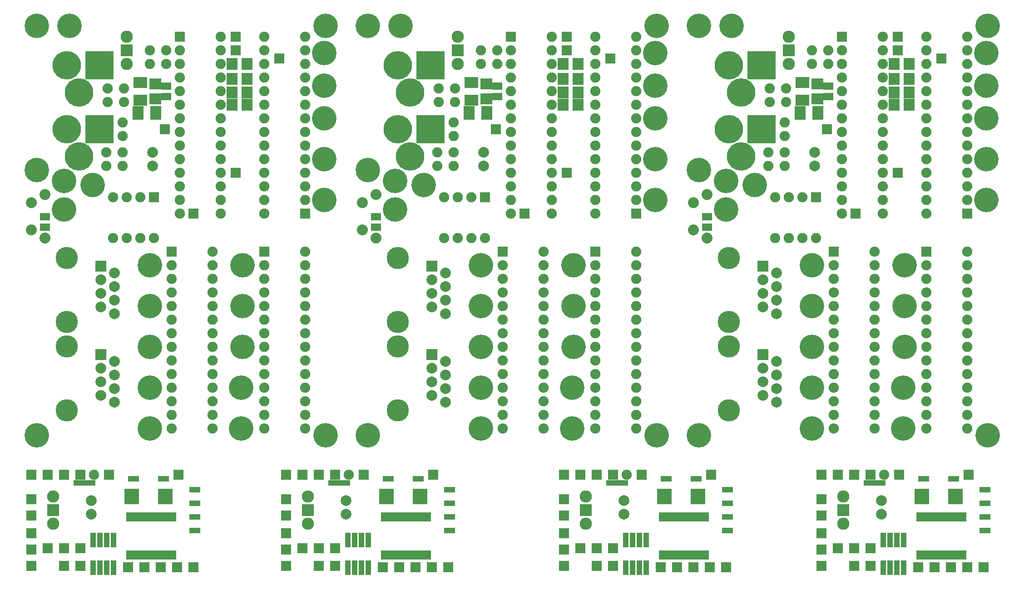
<source format=gts>
G04 (created by PCBNEW-RS274X (2011-07-08)-stable) date Sun 14 Aug 2011 03:50:59 PM EDT*
G01*
G70*
G90*
%MOIN*%
G04 Gerber Fmt 3.4, Leading zero omitted, Abs format*
%FSLAX34Y34*%
G04 APERTURE LIST*
%ADD10C,0.006000*%
%ADD11C,0.180000*%
%ADD12C,0.075000*%
%ADD13R,0.075000X0.075000*%
%ADD14C,0.079100*%
%ADD15C,0.209000*%
%ADD16R,0.209000X0.209000*%
%ADD17R,0.082900X0.090900*%
%ADD18R,0.090900X0.082900*%
%ADD19C,0.090000*%
%ADD20R,0.090000X0.090000*%
%ADD21C,0.163700*%
%ADD22R,0.079100X0.079100*%
%ADD23R,0.075000X0.055000*%
%ADD24R,0.080000X0.100000*%
%ADD25R,0.100000X0.080000*%
%ADD26C,0.080000*%
%ADD27R,0.036000X0.070000*%
%ADD28R,0.043600X0.106600*%
%ADD29R,0.039700X0.039700*%
%ADD30R,0.106600X0.114500*%
G04 APERTURE END LIST*
G54D10*
G54D11*
X75300Y-28100D03*
X73200Y-29900D03*
X73200Y-27800D03*
X71200Y-27000D03*
X79500Y-46000D03*
X79500Y-43000D03*
X79500Y-40000D03*
X79500Y-37000D03*
X79500Y-34000D03*
X86200Y-46000D03*
X86200Y-43000D03*
X86300Y-40000D03*
X86300Y-37000D03*
X86300Y-34000D03*
X92300Y-18400D03*
X92300Y-20800D03*
X92300Y-23200D03*
X92300Y-26200D03*
X92300Y-29200D03*
X73600Y-16400D03*
G54D12*
X76300Y-26700D03*
X76300Y-25700D03*
X80700Y-19200D03*
X80700Y-18200D03*
X79500Y-19200D03*
X79500Y-18200D03*
X77500Y-23500D03*
X77500Y-24500D03*
X77500Y-26700D03*
X77500Y-25700D03*
X77600Y-22000D03*
X77600Y-21000D03*
X76400Y-22000D03*
X76400Y-21000D03*
X81700Y-18200D03*
X81700Y-19200D03*
X81700Y-20200D03*
X81700Y-21200D03*
X81700Y-22200D03*
X81700Y-23200D03*
X81700Y-24200D03*
X81700Y-25200D03*
X81700Y-26200D03*
X81700Y-27200D03*
X81700Y-28200D03*
X81700Y-29200D03*
X81700Y-30200D03*
G54D13*
X81700Y-17200D03*
G54D12*
X84700Y-30200D03*
X84700Y-29200D03*
X84700Y-28200D03*
X84700Y-27200D03*
X84700Y-26200D03*
X84700Y-25200D03*
X84700Y-24200D03*
X84700Y-23200D03*
X84700Y-22200D03*
X84700Y-21200D03*
X84700Y-20200D03*
X84700Y-19200D03*
X84700Y-18200D03*
X84700Y-17200D03*
G54D14*
X79700Y-25700D03*
X79700Y-26700D03*
G54D15*
X73400Y-19300D03*
G54D16*
X75800Y-19300D03*
G54D15*
X74300Y-21300D03*
X73400Y-24000D03*
G54D16*
X75800Y-24000D03*
G54D15*
X74300Y-26000D03*
G54D17*
X85541Y-19200D03*
X86659Y-19200D03*
X85541Y-20300D03*
X86659Y-20300D03*
X85541Y-21300D03*
X86659Y-21300D03*
X85541Y-22200D03*
X86659Y-22200D03*
G54D18*
X79900Y-20641D03*
X79900Y-21759D03*
G54D19*
X77800Y-17200D03*
G54D20*
X77800Y-18200D03*
G54D19*
X77800Y-19200D03*
G54D21*
X73400Y-44638D03*
X73400Y-39965D03*
G54D22*
X75900Y-40550D03*
G54D14*
X76900Y-41050D03*
X75900Y-41550D03*
X76900Y-42050D03*
X75900Y-42550D03*
X76900Y-43050D03*
X75900Y-43550D03*
X76900Y-44050D03*
G54D21*
X73400Y-38138D03*
X73400Y-33465D03*
G54D22*
X75900Y-34050D03*
G54D14*
X76900Y-34550D03*
X75900Y-35050D03*
X76900Y-35550D03*
X75900Y-36050D03*
X76900Y-36550D03*
X75900Y-37050D03*
X76900Y-37550D03*
G54D13*
X85800Y-17200D03*
X85800Y-18200D03*
X85800Y-27200D03*
X82700Y-30200D03*
X80600Y-24000D03*
X89000Y-18800D03*
G54D23*
X71800Y-31175D03*
X71800Y-30425D03*
X80700Y-21575D03*
X80700Y-20825D03*
G54D24*
X79950Y-22800D03*
X78650Y-22800D03*
G54D25*
X78800Y-21850D03*
X78800Y-20550D03*
G54D13*
X79800Y-29000D03*
G54D12*
X78800Y-29000D03*
X77800Y-29000D03*
X76800Y-29000D03*
X76800Y-32000D03*
X77800Y-32000D03*
X78800Y-32000D03*
X79800Y-32000D03*
X81100Y-34000D03*
X81100Y-35000D03*
X81100Y-36000D03*
X81100Y-37000D03*
X81100Y-38000D03*
X81100Y-39000D03*
X81100Y-40000D03*
X81100Y-41000D03*
X81100Y-42000D03*
X81100Y-43000D03*
X81100Y-44000D03*
X81100Y-45000D03*
X81100Y-46000D03*
G54D13*
X81100Y-33000D03*
G54D12*
X84100Y-46000D03*
X84100Y-45000D03*
X84100Y-44000D03*
X84100Y-43000D03*
X84100Y-42000D03*
X84100Y-41000D03*
X84100Y-40000D03*
X84100Y-39000D03*
X84100Y-38000D03*
X84100Y-37000D03*
X84100Y-36000D03*
X84100Y-35000D03*
X84100Y-34000D03*
X84100Y-33000D03*
X87900Y-34000D03*
X87900Y-35000D03*
X87900Y-36000D03*
X87900Y-37000D03*
X87900Y-38000D03*
X87900Y-39000D03*
X87900Y-40000D03*
X87900Y-41000D03*
X87900Y-42000D03*
X87900Y-43000D03*
X87900Y-44000D03*
X87900Y-45000D03*
X87900Y-46000D03*
G54D13*
X87900Y-33000D03*
G54D12*
X90900Y-46000D03*
X90900Y-45000D03*
X90900Y-44000D03*
X90900Y-43000D03*
X90900Y-42000D03*
X90900Y-41000D03*
X90900Y-40000D03*
X90900Y-39000D03*
X90900Y-38000D03*
X90900Y-37000D03*
X90900Y-36000D03*
X90900Y-35000D03*
X90900Y-34000D03*
X90900Y-33000D03*
X90900Y-29200D03*
X90900Y-28200D03*
X90900Y-27200D03*
X90900Y-26200D03*
X90900Y-25200D03*
X90900Y-24200D03*
X90900Y-23200D03*
X90900Y-22200D03*
X90900Y-21200D03*
X90900Y-20200D03*
X90900Y-19200D03*
X90900Y-18200D03*
X90900Y-17200D03*
G54D13*
X90900Y-30200D03*
G54D12*
X87900Y-17200D03*
X87900Y-18200D03*
X87900Y-19200D03*
X87900Y-20200D03*
X87900Y-21200D03*
X87900Y-22200D03*
X87900Y-23200D03*
X87900Y-24200D03*
X87900Y-25200D03*
X87900Y-26200D03*
X87900Y-27200D03*
X87900Y-28200D03*
X87900Y-29200D03*
X87900Y-30200D03*
G54D11*
X92400Y-46500D03*
X71200Y-46500D03*
X92400Y-16400D03*
X71200Y-16400D03*
G54D26*
X70800Y-31400D03*
X70800Y-29400D03*
X71800Y-32000D03*
X71800Y-28800D03*
X46500Y-31400D03*
X46500Y-29400D03*
X47500Y-32000D03*
X47500Y-28800D03*
G54D11*
X46900Y-16400D03*
X68100Y-16400D03*
X46900Y-46500D03*
X68100Y-46500D03*
G54D12*
X66600Y-29200D03*
X66600Y-28200D03*
X66600Y-27200D03*
X66600Y-26200D03*
X66600Y-25200D03*
X66600Y-24200D03*
X66600Y-23200D03*
X66600Y-22200D03*
X66600Y-21200D03*
X66600Y-20200D03*
X66600Y-19200D03*
X66600Y-18200D03*
X66600Y-17200D03*
G54D13*
X66600Y-30200D03*
G54D12*
X63600Y-17200D03*
X63600Y-18200D03*
X63600Y-19200D03*
X63600Y-20200D03*
X63600Y-21200D03*
X63600Y-22200D03*
X63600Y-23200D03*
X63600Y-24200D03*
X63600Y-25200D03*
X63600Y-26200D03*
X63600Y-27200D03*
X63600Y-28200D03*
X63600Y-29200D03*
X63600Y-30200D03*
X63600Y-34000D03*
X63600Y-35000D03*
X63600Y-36000D03*
X63600Y-37000D03*
X63600Y-38000D03*
X63600Y-39000D03*
X63600Y-40000D03*
X63600Y-41000D03*
X63600Y-42000D03*
X63600Y-43000D03*
X63600Y-44000D03*
X63600Y-45000D03*
X63600Y-46000D03*
G54D13*
X63600Y-33000D03*
G54D12*
X66600Y-46000D03*
X66600Y-45000D03*
X66600Y-44000D03*
X66600Y-43000D03*
X66600Y-42000D03*
X66600Y-41000D03*
X66600Y-40000D03*
X66600Y-39000D03*
X66600Y-38000D03*
X66600Y-37000D03*
X66600Y-36000D03*
X66600Y-35000D03*
X66600Y-34000D03*
X66600Y-33000D03*
X56800Y-34000D03*
X56800Y-35000D03*
X56800Y-36000D03*
X56800Y-37000D03*
X56800Y-38000D03*
X56800Y-39000D03*
X56800Y-40000D03*
X56800Y-41000D03*
X56800Y-42000D03*
X56800Y-43000D03*
X56800Y-44000D03*
X56800Y-45000D03*
X56800Y-46000D03*
G54D13*
X56800Y-33000D03*
G54D12*
X59800Y-46000D03*
X59800Y-45000D03*
X59800Y-44000D03*
X59800Y-43000D03*
X59800Y-42000D03*
X59800Y-41000D03*
X59800Y-40000D03*
X59800Y-39000D03*
X59800Y-38000D03*
X59800Y-37000D03*
X59800Y-36000D03*
X59800Y-35000D03*
X59800Y-34000D03*
X59800Y-33000D03*
G54D13*
X55500Y-29000D03*
G54D12*
X54500Y-29000D03*
X53500Y-29000D03*
X52500Y-29000D03*
X52500Y-32000D03*
X53500Y-32000D03*
X54500Y-32000D03*
X55500Y-32000D03*
G54D25*
X54500Y-21850D03*
X54500Y-20550D03*
G54D24*
X55650Y-22800D03*
X54350Y-22800D03*
G54D23*
X56400Y-21575D03*
X56400Y-20825D03*
X47500Y-31175D03*
X47500Y-30425D03*
G54D13*
X64700Y-18800D03*
X56300Y-24000D03*
X58400Y-30200D03*
X61500Y-27200D03*
X61500Y-18200D03*
X61500Y-17200D03*
G54D21*
X49100Y-38138D03*
X49100Y-33465D03*
G54D22*
X51600Y-34050D03*
G54D14*
X52600Y-34550D03*
X51600Y-35050D03*
X52600Y-35550D03*
X51600Y-36050D03*
X52600Y-36550D03*
X51600Y-37050D03*
X52600Y-37550D03*
G54D21*
X49100Y-44638D03*
X49100Y-39965D03*
G54D22*
X51600Y-40550D03*
G54D14*
X52600Y-41050D03*
X51600Y-41550D03*
X52600Y-42050D03*
X51600Y-42550D03*
X52600Y-43050D03*
X51600Y-43550D03*
X52600Y-44050D03*
G54D19*
X53500Y-17200D03*
G54D20*
X53500Y-18200D03*
G54D19*
X53500Y-19200D03*
G54D18*
X55600Y-20641D03*
X55600Y-21759D03*
G54D17*
X61241Y-22200D03*
X62359Y-22200D03*
X61241Y-21300D03*
X62359Y-21300D03*
X61241Y-20300D03*
X62359Y-20300D03*
X61241Y-19200D03*
X62359Y-19200D03*
G54D15*
X49100Y-24000D03*
G54D16*
X51500Y-24000D03*
G54D15*
X50000Y-26000D03*
X49100Y-19300D03*
G54D16*
X51500Y-19300D03*
G54D15*
X50000Y-21300D03*
G54D14*
X55400Y-25700D03*
X55400Y-26700D03*
G54D12*
X57400Y-18200D03*
X57400Y-19200D03*
X57400Y-20200D03*
X57400Y-21200D03*
X57400Y-22200D03*
X57400Y-23200D03*
X57400Y-24200D03*
X57400Y-25200D03*
X57400Y-26200D03*
X57400Y-27200D03*
X57400Y-28200D03*
X57400Y-29200D03*
X57400Y-30200D03*
G54D13*
X57400Y-17200D03*
G54D12*
X60400Y-30200D03*
X60400Y-29200D03*
X60400Y-28200D03*
X60400Y-27200D03*
X60400Y-26200D03*
X60400Y-25200D03*
X60400Y-24200D03*
X60400Y-23200D03*
X60400Y-22200D03*
X60400Y-21200D03*
X60400Y-20200D03*
X60400Y-19200D03*
X60400Y-18200D03*
X60400Y-17200D03*
X52100Y-22000D03*
X52100Y-21000D03*
X53300Y-22000D03*
X53300Y-21000D03*
X53200Y-26700D03*
X53200Y-25700D03*
X53200Y-23500D03*
X53200Y-24500D03*
X55200Y-19200D03*
X55200Y-18200D03*
X56400Y-19200D03*
X56400Y-18200D03*
X52000Y-26700D03*
X52000Y-25700D03*
G54D11*
X49300Y-16400D03*
X68000Y-29200D03*
X68000Y-26200D03*
X68000Y-23200D03*
X68000Y-20800D03*
X68000Y-18400D03*
X62000Y-34000D03*
X62000Y-37000D03*
X62000Y-40000D03*
X61900Y-43000D03*
X61900Y-46000D03*
X55200Y-34000D03*
X55200Y-37000D03*
X55200Y-40000D03*
X55200Y-43000D03*
X55200Y-46000D03*
X46900Y-27000D03*
X48900Y-27800D03*
X48900Y-29900D03*
X51000Y-28100D03*
G54D13*
X92100Y-56200D03*
X90900Y-56200D03*
X87300Y-56200D03*
X88500Y-56200D03*
X89700Y-56200D03*
X85900Y-49400D03*
G54D27*
X87350Y-55300D03*
X87600Y-55300D03*
X87860Y-55300D03*
X88120Y-55300D03*
X88370Y-55300D03*
X88630Y-55300D03*
X88890Y-55300D03*
X89140Y-55300D03*
X89400Y-55300D03*
X89650Y-55300D03*
X89910Y-55300D03*
X90170Y-55300D03*
X90420Y-55300D03*
X90680Y-55300D03*
X90680Y-52500D03*
X90420Y-52500D03*
X90180Y-52500D03*
X89910Y-52500D03*
X89650Y-52500D03*
X89400Y-52500D03*
X89140Y-52500D03*
X88890Y-52500D03*
X88630Y-52500D03*
X88370Y-52500D03*
X88120Y-52500D03*
X87860Y-52500D03*
X87600Y-52500D03*
X87350Y-52500D03*
G54D28*
X86250Y-54176D03*
X85750Y-54176D03*
X85250Y-54176D03*
X84750Y-54176D03*
X84750Y-56223D03*
X85250Y-56223D03*
X85750Y-56223D03*
X86250Y-56223D03*
G54D29*
X84701Y-50000D03*
X84299Y-50000D03*
X89699Y-49700D03*
X90101Y-49700D03*
X87901Y-49700D03*
X87499Y-49700D03*
X83901Y-50000D03*
X83499Y-50000D03*
X91999Y-50500D03*
X92401Y-50500D03*
X91999Y-51500D03*
X92401Y-51500D03*
X91999Y-52500D03*
X92401Y-52500D03*
X91999Y-53500D03*
X92401Y-53500D03*
G54D13*
X83800Y-49400D03*
G54D12*
X84800Y-49400D03*
G54D13*
X80200Y-54900D03*
X80200Y-56100D03*
X80200Y-52400D03*
X80200Y-53700D03*
X80200Y-51200D03*
X82600Y-56100D03*
X81400Y-54800D03*
X82600Y-54800D03*
X83800Y-56100D03*
X83800Y-54800D03*
X82600Y-49400D03*
X81400Y-49400D03*
X80200Y-49400D03*
X91000Y-49400D03*
G54D19*
X81800Y-51000D03*
G54D20*
X81800Y-52000D03*
G54D19*
X81800Y-53000D03*
G54D14*
X84600Y-51300D03*
X84600Y-52300D03*
G54D30*
X90040Y-51000D03*
X87560Y-51000D03*
X71140Y-51000D03*
X68660Y-51000D03*
G54D14*
X65700Y-51300D03*
X65700Y-52300D03*
G54D19*
X62900Y-51000D03*
G54D20*
X62900Y-52000D03*
G54D19*
X62900Y-53000D03*
G54D13*
X72100Y-49400D03*
X61300Y-49400D03*
X62500Y-49400D03*
X63700Y-49400D03*
X64900Y-54800D03*
X64900Y-56100D03*
X63700Y-54800D03*
X62500Y-54800D03*
X63700Y-56100D03*
X61300Y-51200D03*
X61300Y-53700D03*
X61300Y-52400D03*
X61300Y-56100D03*
X61300Y-54900D03*
X64900Y-49400D03*
G54D12*
X65900Y-49400D03*
G54D29*
X73099Y-53500D03*
X73501Y-53500D03*
X73099Y-52500D03*
X73501Y-52500D03*
X73099Y-51500D03*
X73501Y-51500D03*
X73099Y-50500D03*
X73501Y-50500D03*
X65001Y-50000D03*
X64599Y-50000D03*
X69001Y-49700D03*
X68599Y-49700D03*
X70799Y-49700D03*
X71201Y-49700D03*
X65801Y-50000D03*
X65399Y-50000D03*
G54D28*
X67350Y-54176D03*
X66850Y-54176D03*
X66350Y-54176D03*
X65850Y-54176D03*
X65850Y-56223D03*
X66350Y-56223D03*
X66850Y-56223D03*
X67350Y-56223D03*
G54D27*
X68450Y-55300D03*
X68700Y-55300D03*
X68960Y-55300D03*
X69220Y-55300D03*
X69470Y-55300D03*
X69730Y-55300D03*
X69990Y-55300D03*
X70240Y-55300D03*
X70500Y-55300D03*
X70750Y-55300D03*
X71010Y-55300D03*
X71270Y-55300D03*
X71520Y-55300D03*
X71780Y-55300D03*
X71780Y-52500D03*
X71520Y-52500D03*
X71280Y-52500D03*
X71010Y-52500D03*
X70750Y-52500D03*
X70500Y-52500D03*
X70240Y-52500D03*
X69990Y-52500D03*
X69730Y-52500D03*
X69470Y-52500D03*
X69220Y-52500D03*
X68960Y-52500D03*
X68700Y-52500D03*
X68450Y-52500D03*
G54D13*
X67000Y-49400D03*
X70800Y-56200D03*
X69600Y-56200D03*
X68400Y-56200D03*
X72000Y-56200D03*
X73200Y-56200D03*
X52800Y-56200D03*
X51600Y-56200D03*
X48000Y-56200D03*
X49200Y-56200D03*
X50400Y-56200D03*
X46600Y-49400D03*
G54D27*
X48050Y-55300D03*
X48300Y-55300D03*
X48560Y-55300D03*
X48820Y-55300D03*
X49070Y-55300D03*
X49330Y-55300D03*
X49590Y-55300D03*
X49840Y-55300D03*
X50100Y-55300D03*
X50350Y-55300D03*
X50610Y-55300D03*
X50870Y-55300D03*
X51120Y-55300D03*
X51380Y-55300D03*
X51380Y-52500D03*
X51120Y-52500D03*
X50880Y-52500D03*
X50610Y-52500D03*
X50350Y-52500D03*
X50100Y-52500D03*
X49840Y-52500D03*
X49590Y-52500D03*
X49330Y-52500D03*
X49070Y-52500D03*
X48820Y-52500D03*
X48560Y-52500D03*
X48300Y-52500D03*
X48050Y-52500D03*
G54D28*
X46950Y-54176D03*
X46450Y-54176D03*
X45950Y-54176D03*
X45450Y-54176D03*
X45450Y-56223D03*
X45950Y-56223D03*
X46450Y-56223D03*
X46950Y-56223D03*
G54D29*
X45401Y-50000D03*
X44999Y-50000D03*
X50399Y-49700D03*
X50801Y-49700D03*
X48601Y-49700D03*
X48199Y-49700D03*
X44601Y-50000D03*
X44199Y-50000D03*
X52699Y-50500D03*
X53101Y-50500D03*
X52699Y-51500D03*
X53101Y-51500D03*
X52699Y-52500D03*
X53101Y-52500D03*
X52699Y-53500D03*
X53101Y-53500D03*
G54D13*
X44500Y-49400D03*
G54D12*
X45500Y-49400D03*
G54D13*
X40900Y-54900D03*
X40900Y-56100D03*
X40900Y-52400D03*
X40900Y-53700D03*
X40900Y-51200D03*
X43300Y-56100D03*
X42100Y-54800D03*
X43300Y-54800D03*
X44500Y-56100D03*
X44500Y-54800D03*
X43300Y-49400D03*
X42100Y-49400D03*
X40900Y-49400D03*
X51700Y-49400D03*
G54D19*
X42500Y-51000D03*
G54D20*
X42500Y-52000D03*
G54D19*
X42500Y-53000D03*
G54D14*
X45300Y-51300D03*
X45300Y-52300D03*
G54D30*
X50740Y-51000D03*
X48260Y-51000D03*
G54D11*
X26700Y-28100D03*
X24600Y-29900D03*
X24600Y-27800D03*
X22600Y-27000D03*
X30900Y-46000D03*
X30900Y-43000D03*
X30900Y-40000D03*
X30900Y-37000D03*
X30900Y-34000D03*
X37600Y-46000D03*
X37600Y-43000D03*
X37700Y-40000D03*
X37700Y-37000D03*
X37700Y-34000D03*
X43700Y-18400D03*
X43700Y-20800D03*
X43700Y-23200D03*
X43700Y-26200D03*
X43700Y-29200D03*
X25000Y-16400D03*
G54D12*
X27700Y-26700D03*
X27700Y-25700D03*
X32100Y-19200D03*
X32100Y-18200D03*
X30900Y-19200D03*
X30900Y-18200D03*
X28900Y-23500D03*
X28900Y-24500D03*
X28900Y-26700D03*
X28900Y-25700D03*
X29000Y-22000D03*
X29000Y-21000D03*
X27800Y-22000D03*
X27800Y-21000D03*
X33100Y-18200D03*
X33100Y-19200D03*
X33100Y-20200D03*
X33100Y-21200D03*
X33100Y-22200D03*
X33100Y-23200D03*
X33100Y-24200D03*
X33100Y-25200D03*
X33100Y-26200D03*
X33100Y-27200D03*
X33100Y-28200D03*
X33100Y-29200D03*
X33100Y-30200D03*
G54D13*
X33100Y-17200D03*
G54D12*
X36100Y-30200D03*
X36100Y-29200D03*
X36100Y-28200D03*
X36100Y-27200D03*
X36100Y-26200D03*
X36100Y-25200D03*
X36100Y-24200D03*
X36100Y-23200D03*
X36100Y-22200D03*
X36100Y-21200D03*
X36100Y-20200D03*
X36100Y-19200D03*
X36100Y-18200D03*
X36100Y-17200D03*
G54D14*
X31100Y-25700D03*
X31100Y-26700D03*
G54D15*
X24800Y-19300D03*
G54D16*
X27200Y-19300D03*
G54D15*
X25700Y-21300D03*
X24800Y-24000D03*
G54D16*
X27200Y-24000D03*
G54D15*
X25700Y-26000D03*
G54D17*
X36941Y-19200D03*
X38059Y-19200D03*
X36941Y-20300D03*
X38059Y-20300D03*
X36941Y-21300D03*
X38059Y-21300D03*
X36941Y-22200D03*
X38059Y-22200D03*
G54D18*
X31300Y-20641D03*
X31300Y-21759D03*
G54D19*
X29200Y-17200D03*
G54D20*
X29200Y-18200D03*
G54D19*
X29200Y-19200D03*
G54D21*
X24800Y-44638D03*
X24800Y-39965D03*
G54D22*
X27300Y-40550D03*
G54D14*
X28300Y-41050D03*
X27300Y-41550D03*
X28300Y-42050D03*
X27300Y-42550D03*
X28300Y-43050D03*
X27300Y-43550D03*
X28300Y-44050D03*
G54D21*
X24800Y-38138D03*
X24800Y-33465D03*
G54D22*
X27300Y-34050D03*
G54D14*
X28300Y-34550D03*
X27300Y-35050D03*
X28300Y-35550D03*
X27300Y-36050D03*
X28300Y-36550D03*
X27300Y-37050D03*
X28300Y-37550D03*
G54D13*
X37200Y-17200D03*
X37200Y-18200D03*
X37200Y-27200D03*
X34100Y-30200D03*
X32000Y-24000D03*
X40400Y-18800D03*
G54D23*
X23200Y-31175D03*
X23200Y-30425D03*
X32100Y-21575D03*
X32100Y-20825D03*
G54D24*
X31350Y-22800D03*
X30050Y-22800D03*
G54D25*
X30200Y-21850D03*
X30200Y-20550D03*
G54D13*
X31200Y-29000D03*
G54D12*
X30200Y-29000D03*
X29200Y-29000D03*
X28200Y-29000D03*
X28200Y-32000D03*
X29200Y-32000D03*
X30200Y-32000D03*
X31200Y-32000D03*
X32500Y-34000D03*
X32500Y-35000D03*
X32500Y-36000D03*
X32500Y-37000D03*
X32500Y-38000D03*
X32500Y-39000D03*
X32500Y-40000D03*
X32500Y-41000D03*
X32500Y-42000D03*
X32500Y-43000D03*
X32500Y-44000D03*
X32500Y-45000D03*
X32500Y-46000D03*
G54D13*
X32500Y-33000D03*
G54D12*
X35500Y-46000D03*
X35500Y-45000D03*
X35500Y-44000D03*
X35500Y-43000D03*
X35500Y-42000D03*
X35500Y-41000D03*
X35500Y-40000D03*
X35500Y-39000D03*
X35500Y-38000D03*
X35500Y-37000D03*
X35500Y-36000D03*
X35500Y-35000D03*
X35500Y-34000D03*
X35500Y-33000D03*
X39300Y-34000D03*
X39300Y-35000D03*
X39300Y-36000D03*
X39300Y-37000D03*
X39300Y-38000D03*
X39300Y-39000D03*
X39300Y-40000D03*
X39300Y-41000D03*
X39300Y-42000D03*
X39300Y-43000D03*
X39300Y-44000D03*
X39300Y-45000D03*
X39300Y-46000D03*
G54D13*
X39300Y-33000D03*
G54D12*
X42300Y-46000D03*
X42300Y-45000D03*
X42300Y-44000D03*
X42300Y-43000D03*
X42300Y-42000D03*
X42300Y-41000D03*
X42300Y-40000D03*
X42300Y-39000D03*
X42300Y-38000D03*
X42300Y-37000D03*
X42300Y-36000D03*
X42300Y-35000D03*
X42300Y-34000D03*
X42300Y-33000D03*
X42300Y-29200D03*
X42300Y-28200D03*
X42300Y-27200D03*
X42300Y-26200D03*
X42300Y-25200D03*
X42300Y-24200D03*
X42300Y-23200D03*
X42300Y-22200D03*
X42300Y-21200D03*
X42300Y-20200D03*
X42300Y-19200D03*
X42300Y-18200D03*
X42300Y-17200D03*
G54D13*
X42300Y-30200D03*
G54D12*
X39300Y-17200D03*
X39300Y-18200D03*
X39300Y-19200D03*
X39300Y-20200D03*
X39300Y-21200D03*
X39300Y-22200D03*
X39300Y-23200D03*
X39300Y-24200D03*
X39300Y-25200D03*
X39300Y-26200D03*
X39300Y-27200D03*
X39300Y-28200D03*
X39300Y-29200D03*
X39300Y-30200D03*
G54D11*
X43800Y-46500D03*
X22600Y-46500D03*
X43800Y-16400D03*
X22600Y-16400D03*
G54D26*
X22200Y-31400D03*
X22200Y-29400D03*
X23200Y-32000D03*
X23200Y-28800D03*
G54D30*
X32040Y-51000D03*
X29560Y-51000D03*
G54D14*
X26600Y-51300D03*
X26600Y-52300D03*
G54D19*
X23800Y-51000D03*
G54D20*
X23800Y-52000D03*
G54D19*
X23800Y-53000D03*
G54D13*
X33000Y-49400D03*
X22200Y-49400D03*
X23400Y-49400D03*
X24600Y-49400D03*
X25800Y-54800D03*
X25800Y-56100D03*
X24600Y-54800D03*
X23400Y-54800D03*
X24600Y-56100D03*
X22200Y-51200D03*
X22200Y-53700D03*
X22200Y-52400D03*
X22200Y-56100D03*
X22200Y-54900D03*
X25800Y-49400D03*
G54D12*
X26800Y-49400D03*
G54D29*
X33999Y-53500D03*
X34401Y-53500D03*
X33999Y-52500D03*
X34401Y-52500D03*
X33999Y-51500D03*
X34401Y-51500D03*
X33999Y-50500D03*
X34401Y-50500D03*
X25901Y-50000D03*
X25499Y-50000D03*
X29901Y-49700D03*
X29499Y-49700D03*
X31699Y-49700D03*
X32101Y-49700D03*
X26701Y-50000D03*
X26299Y-50000D03*
G54D28*
X28250Y-54176D03*
X27750Y-54176D03*
X27250Y-54176D03*
X26750Y-54176D03*
X26750Y-56223D03*
X27250Y-56223D03*
X27750Y-56223D03*
X28250Y-56223D03*
G54D27*
X29350Y-55300D03*
X29600Y-55300D03*
X29860Y-55300D03*
X30120Y-55300D03*
X30370Y-55300D03*
X30630Y-55300D03*
X30890Y-55300D03*
X31140Y-55300D03*
X31400Y-55300D03*
X31650Y-55300D03*
X31910Y-55300D03*
X32170Y-55300D03*
X32420Y-55300D03*
X32680Y-55300D03*
X32680Y-52500D03*
X32420Y-52500D03*
X32180Y-52500D03*
X31910Y-52500D03*
X31650Y-52500D03*
X31400Y-52500D03*
X31140Y-52500D03*
X30890Y-52500D03*
X30630Y-52500D03*
X30370Y-52500D03*
X30120Y-52500D03*
X29860Y-52500D03*
X29600Y-52500D03*
X29350Y-52500D03*
G54D13*
X27900Y-49400D03*
X31700Y-56200D03*
X30500Y-56200D03*
X29300Y-56200D03*
X32900Y-56200D03*
X34100Y-56200D03*
M02*

</source>
